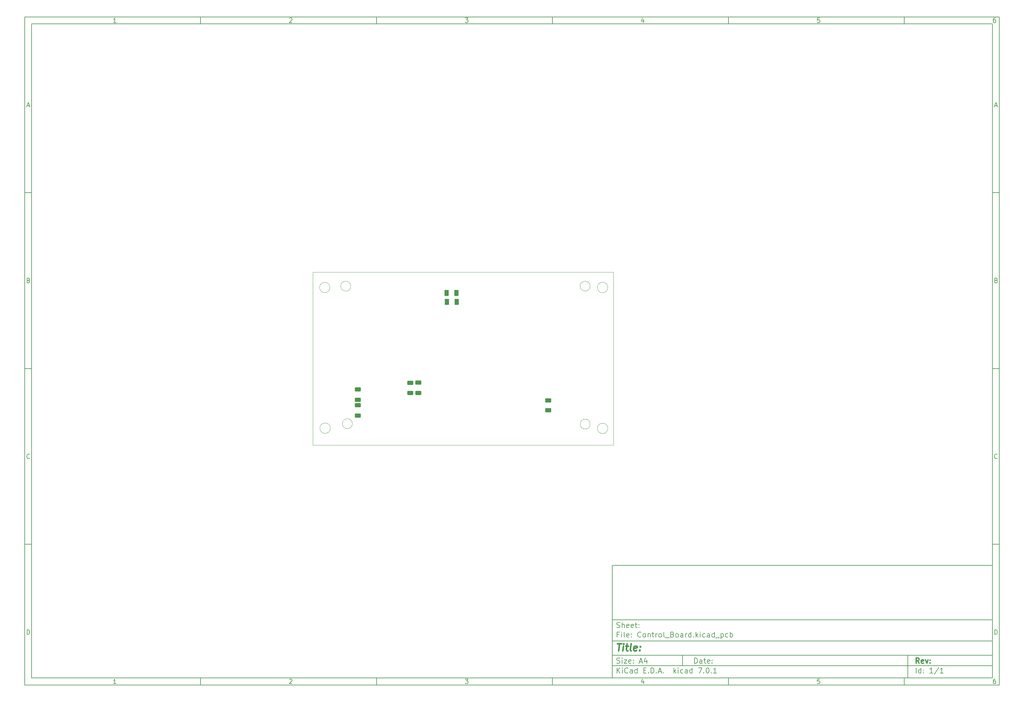
<source format=gbr>
%TF.GenerationSoftware,KiCad,Pcbnew,7.0.1*%
%TF.CreationDate,2023-10-26T15:35:36+00:00*%
%TF.ProjectId,Control_Board,436f6e74-726f-46c5-9f42-6f6172642e6b,rev?*%
%TF.SameCoordinates,Original*%
%TF.FileFunction,Paste,Top*%
%TF.FilePolarity,Positive*%
%FSLAX45Y45*%
G04 Gerber Fmt 4.5, Leading zero omitted, Abs format (unit mm)*
G04 Created by KiCad (PCBNEW 7.0.1) date 2023-10-26 15:35:36*
%MOMM*%
%LPD*%
G01*
G04 APERTURE LIST*
G04 Aperture macros list*
%AMRoundRect*
0 Rectangle with rounded corners*
0 $1 Rounding radius*
0 $2 $3 $4 $5 $6 $7 $8 $9 X,Y pos of 4 corners*
0 Add a 4 corners polygon primitive as box body*
4,1,4,$2,$3,$4,$5,$6,$7,$8,$9,$2,$3,0*
0 Add four circle primitives for the rounded corners*
1,1,$1+$1,$2,$3*
1,1,$1+$1,$4,$5*
1,1,$1+$1,$6,$7*
1,1,$1+$1,$8,$9*
0 Add four rect primitives between the rounded corners*
20,1,$1+$1,$2,$3,$4,$5,0*
20,1,$1+$1,$4,$5,$6,$7,0*
20,1,$1+$1,$6,$7,$8,$9,0*
20,1,$1+$1,$8,$9,$2,$3,0*%
G04 Aperture macros list end*
%ADD10C,0.100000*%
%ADD11C,0.150000*%
%ADD12C,0.300000*%
%ADD13C,0.400000*%
%ADD14RoundRect,0.250000X0.625000X-0.312500X0.625000X0.312500X-0.625000X0.312500X-0.625000X-0.312500X0*%
%ADD15RoundRect,0.250000X-0.625000X0.312500X-0.625000X-0.312500X0.625000X-0.312500X0.625000X0.312500X0*%
%ADD16RoundRect,0.250000X0.375000X0.625000X-0.375000X0.625000X-0.375000X-0.625000X0.375000X-0.625000X0*%
%ADD17RoundRect,0.250000X0.625000X-0.375000X0.625000X0.375000X-0.625000X0.375000X-0.625000X-0.375000X0*%
%TA.AperFunction,Profile*%
%ADD18C,0.100000*%
%TD*%
G04 APERTURE END LIST*
D10*
D11*
X17700220Y-16600720D02*
X28500220Y-16600720D01*
X28500220Y-19800720D01*
X17700220Y-19800720D01*
X17700220Y-16600720D01*
D10*
D11*
X1000000Y-1000000D02*
X28700220Y-1000000D01*
X28700220Y-20000720D01*
X1000000Y-20000720D01*
X1000000Y-1000000D01*
D10*
D11*
X1200000Y-1200000D02*
X28500220Y-1200000D01*
X28500220Y-19800720D01*
X1200000Y-19800720D01*
X1200000Y-1200000D01*
D10*
D11*
X6000000Y-1200000D02*
X6000000Y-1000000D01*
D10*
D11*
X11000000Y-1200000D02*
X11000000Y-1000000D01*
D10*
D11*
X16000000Y-1200000D02*
X16000000Y-1000000D01*
D10*
D11*
X21000000Y-1200000D02*
X21000000Y-1000000D01*
D10*
D11*
X26000000Y-1200000D02*
X26000000Y-1000000D01*
D10*
D11*
X3599048Y-1160140D02*
X3524762Y-1160140D01*
X3561905Y-1160140D02*
X3561905Y-1030140D01*
X3561905Y-1030140D02*
X3549524Y-1048712D01*
X3549524Y-1048712D02*
X3537143Y-1061093D01*
X3537143Y-1061093D02*
X3524762Y-1067283D01*
D10*
D11*
X8524762Y-1042521D02*
X8530952Y-1036331D01*
X8530952Y-1036331D02*
X8543333Y-1030140D01*
X8543333Y-1030140D02*
X8574286Y-1030140D01*
X8574286Y-1030140D02*
X8586667Y-1036331D01*
X8586667Y-1036331D02*
X8592857Y-1042521D01*
X8592857Y-1042521D02*
X8599048Y-1054902D01*
X8599048Y-1054902D02*
X8599048Y-1067283D01*
X8599048Y-1067283D02*
X8592857Y-1085855D01*
X8592857Y-1085855D02*
X8518571Y-1160140D01*
X8518571Y-1160140D02*
X8599048Y-1160140D01*
D10*
D11*
X13518571Y-1030140D02*
X13599048Y-1030140D01*
X13599048Y-1030140D02*
X13555714Y-1079664D01*
X13555714Y-1079664D02*
X13574286Y-1079664D01*
X13574286Y-1079664D02*
X13586667Y-1085855D01*
X13586667Y-1085855D02*
X13592857Y-1092045D01*
X13592857Y-1092045D02*
X13599048Y-1104426D01*
X13599048Y-1104426D02*
X13599048Y-1135379D01*
X13599048Y-1135379D02*
X13592857Y-1147760D01*
X13592857Y-1147760D02*
X13586667Y-1153950D01*
X13586667Y-1153950D02*
X13574286Y-1160140D01*
X13574286Y-1160140D02*
X13537143Y-1160140D01*
X13537143Y-1160140D02*
X13524762Y-1153950D01*
X13524762Y-1153950D02*
X13518571Y-1147760D01*
D10*
D11*
X18586667Y-1073474D02*
X18586667Y-1160140D01*
X18555714Y-1023950D02*
X18524762Y-1116807D01*
X18524762Y-1116807D02*
X18605238Y-1116807D01*
D10*
D11*
X23592857Y-1030140D02*
X23530952Y-1030140D01*
X23530952Y-1030140D02*
X23524762Y-1092045D01*
X23524762Y-1092045D02*
X23530952Y-1085855D01*
X23530952Y-1085855D02*
X23543333Y-1079664D01*
X23543333Y-1079664D02*
X23574286Y-1079664D01*
X23574286Y-1079664D02*
X23586667Y-1085855D01*
X23586667Y-1085855D02*
X23592857Y-1092045D01*
X23592857Y-1092045D02*
X23599048Y-1104426D01*
X23599048Y-1104426D02*
X23599048Y-1135379D01*
X23599048Y-1135379D02*
X23592857Y-1147760D01*
X23592857Y-1147760D02*
X23586667Y-1153950D01*
X23586667Y-1153950D02*
X23574286Y-1160140D01*
X23574286Y-1160140D02*
X23543333Y-1160140D01*
X23543333Y-1160140D02*
X23530952Y-1153950D01*
X23530952Y-1153950D02*
X23524762Y-1147760D01*
D10*
D11*
X28586667Y-1030140D02*
X28561905Y-1030140D01*
X28561905Y-1030140D02*
X28549524Y-1036331D01*
X28549524Y-1036331D02*
X28543333Y-1042521D01*
X28543333Y-1042521D02*
X28530952Y-1061093D01*
X28530952Y-1061093D02*
X28524762Y-1085855D01*
X28524762Y-1085855D02*
X28524762Y-1135379D01*
X28524762Y-1135379D02*
X28530952Y-1147760D01*
X28530952Y-1147760D02*
X28537143Y-1153950D01*
X28537143Y-1153950D02*
X28549524Y-1160140D01*
X28549524Y-1160140D02*
X28574286Y-1160140D01*
X28574286Y-1160140D02*
X28586667Y-1153950D01*
X28586667Y-1153950D02*
X28592857Y-1147760D01*
X28592857Y-1147760D02*
X28599048Y-1135379D01*
X28599048Y-1135379D02*
X28599048Y-1104426D01*
X28599048Y-1104426D02*
X28592857Y-1092045D01*
X28592857Y-1092045D02*
X28586667Y-1085855D01*
X28586667Y-1085855D02*
X28574286Y-1079664D01*
X28574286Y-1079664D02*
X28549524Y-1079664D01*
X28549524Y-1079664D02*
X28537143Y-1085855D01*
X28537143Y-1085855D02*
X28530952Y-1092045D01*
X28530952Y-1092045D02*
X28524762Y-1104426D01*
D10*
D11*
X6000000Y-19800720D02*
X6000000Y-20000720D01*
D10*
D11*
X11000000Y-19800720D02*
X11000000Y-20000720D01*
D10*
D11*
X16000000Y-19800720D02*
X16000000Y-20000720D01*
D10*
D11*
X21000000Y-19800720D02*
X21000000Y-20000720D01*
D10*
D11*
X26000000Y-19800720D02*
X26000000Y-20000720D01*
D10*
D11*
X3599048Y-19960860D02*
X3524762Y-19960860D01*
X3561905Y-19960860D02*
X3561905Y-19830860D01*
X3561905Y-19830860D02*
X3549524Y-19849432D01*
X3549524Y-19849432D02*
X3537143Y-19861813D01*
X3537143Y-19861813D02*
X3524762Y-19868003D01*
D10*
D11*
X8524762Y-19843241D02*
X8530952Y-19837051D01*
X8530952Y-19837051D02*
X8543333Y-19830860D01*
X8543333Y-19830860D02*
X8574286Y-19830860D01*
X8574286Y-19830860D02*
X8586667Y-19837051D01*
X8586667Y-19837051D02*
X8592857Y-19843241D01*
X8592857Y-19843241D02*
X8599048Y-19855622D01*
X8599048Y-19855622D02*
X8599048Y-19868003D01*
X8599048Y-19868003D02*
X8592857Y-19886575D01*
X8592857Y-19886575D02*
X8518571Y-19960860D01*
X8518571Y-19960860D02*
X8599048Y-19960860D01*
D10*
D11*
X13518571Y-19830860D02*
X13599048Y-19830860D01*
X13599048Y-19830860D02*
X13555714Y-19880384D01*
X13555714Y-19880384D02*
X13574286Y-19880384D01*
X13574286Y-19880384D02*
X13586667Y-19886575D01*
X13586667Y-19886575D02*
X13592857Y-19892765D01*
X13592857Y-19892765D02*
X13599048Y-19905146D01*
X13599048Y-19905146D02*
X13599048Y-19936099D01*
X13599048Y-19936099D02*
X13592857Y-19948480D01*
X13592857Y-19948480D02*
X13586667Y-19954670D01*
X13586667Y-19954670D02*
X13574286Y-19960860D01*
X13574286Y-19960860D02*
X13537143Y-19960860D01*
X13537143Y-19960860D02*
X13524762Y-19954670D01*
X13524762Y-19954670D02*
X13518571Y-19948480D01*
D10*
D11*
X18586667Y-19874194D02*
X18586667Y-19960860D01*
X18555714Y-19824670D02*
X18524762Y-19917527D01*
X18524762Y-19917527D02*
X18605238Y-19917527D01*
D10*
D11*
X23592857Y-19830860D02*
X23530952Y-19830860D01*
X23530952Y-19830860D02*
X23524762Y-19892765D01*
X23524762Y-19892765D02*
X23530952Y-19886575D01*
X23530952Y-19886575D02*
X23543333Y-19880384D01*
X23543333Y-19880384D02*
X23574286Y-19880384D01*
X23574286Y-19880384D02*
X23586667Y-19886575D01*
X23586667Y-19886575D02*
X23592857Y-19892765D01*
X23592857Y-19892765D02*
X23599048Y-19905146D01*
X23599048Y-19905146D02*
X23599048Y-19936099D01*
X23599048Y-19936099D02*
X23592857Y-19948480D01*
X23592857Y-19948480D02*
X23586667Y-19954670D01*
X23586667Y-19954670D02*
X23574286Y-19960860D01*
X23574286Y-19960860D02*
X23543333Y-19960860D01*
X23543333Y-19960860D02*
X23530952Y-19954670D01*
X23530952Y-19954670D02*
X23524762Y-19948480D01*
D10*
D11*
X28586667Y-19830860D02*
X28561905Y-19830860D01*
X28561905Y-19830860D02*
X28549524Y-19837051D01*
X28549524Y-19837051D02*
X28543333Y-19843241D01*
X28543333Y-19843241D02*
X28530952Y-19861813D01*
X28530952Y-19861813D02*
X28524762Y-19886575D01*
X28524762Y-19886575D02*
X28524762Y-19936099D01*
X28524762Y-19936099D02*
X28530952Y-19948480D01*
X28530952Y-19948480D02*
X28537143Y-19954670D01*
X28537143Y-19954670D02*
X28549524Y-19960860D01*
X28549524Y-19960860D02*
X28574286Y-19960860D01*
X28574286Y-19960860D02*
X28586667Y-19954670D01*
X28586667Y-19954670D02*
X28592857Y-19948480D01*
X28592857Y-19948480D02*
X28599048Y-19936099D01*
X28599048Y-19936099D02*
X28599048Y-19905146D01*
X28599048Y-19905146D02*
X28592857Y-19892765D01*
X28592857Y-19892765D02*
X28586667Y-19886575D01*
X28586667Y-19886575D02*
X28574286Y-19880384D01*
X28574286Y-19880384D02*
X28549524Y-19880384D01*
X28549524Y-19880384D02*
X28537143Y-19886575D01*
X28537143Y-19886575D02*
X28530952Y-19892765D01*
X28530952Y-19892765D02*
X28524762Y-19905146D01*
D10*
D11*
X1000000Y-6000000D02*
X1200000Y-6000000D01*
D10*
D11*
X1000000Y-11000000D02*
X1200000Y-11000000D01*
D10*
D11*
X1000000Y-16000000D02*
X1200000Y-16000000D01*
D10*
D11*
X1069048Y-3522998D02*
X1130952Y-3522998D01*
X1056667Y-3560140D02*
X1100000Y-3430140D01*
X1100000Y-3430140D02*
X1143333Y-3560140D01*
D10*
D11*
X1109286Y-8492045D02*
X1127857Y-8498236D01*
X1127857Y-8498236D02*
X1134048Y-8504426D01*
X1134048Y-8504426D02*
X1140238Y-8516807D01*
X1140238Y-8516807D02*
X1140238Y-8535379D01*
X1140238Y-8535379D02*
X1134048Y-8547760D01*
X1134048Y-8547760D02*
X1127857Y-8553950D01*
X1127857Y-8553950D02*
X1115476Y-8560140D01*
X1115476Y-8560140D02*
X1065952Y-8560140D01*
X1065952Y-8560140D02*
X1065952Y-8430140D01*
X1065952Y-8430140D02*
X1109286Y-8430140D01*
X1109286Y-8430140D02*
X1121667Y-8436331D01*
X1121667Y-8436331D02*
X1127857Y-8442521D01*
X1127857Y-8442521D02*
X1134048Y-8454902D01*
X1134048Y-8454902D02*
X1134048Y-8467283D01*
X1134048Y-8467283D02*
X1127857Y-8479664D01*
X1127857Y-8479664D02*
X1121667Y-8485855D01*
X1121667Y-8485855D02*
X1109286Y-8492045D01*
X1109286Y-8492045D02*
X1065952Y-8492045D01*
D10*
D11*
X1140238Y-13547759D02*
X1134048Y-13553950D01*
X1134048Y-13553950D02*
X1115476Y-13560140D01*
X1115476Y-13560140D02*
X1103095Y-13560140D01*
X1103095Y-13560140D02*
X1084524Y-13553950D01*
X1084524Y-13553950D02*
X1072143Y-13541569D01*
X1072143Y-13541569D02*
X1065952Y-13529188D01*
X1065952Y-13529188D02*
X1059762Y-13504426D01*
X1059762Y-13504426D02*
X1059762Y-13485855D01*
X1059762Y-13485855D02*
X1065952Y-13461093D01*
X1065952Y-13461093D02*
X1072143Y-13448712D01*
X1072143Y-13448712D02*
X1084524Y-13436331D01*
X1084524Y-13436331D02*
X1103095Y-13430140D01*
X1103095Y-13430140D02*
X1115476Y-13430140D01*
X1115476Y-13430140D02*
X1134048Y-13436331D01*
X1134048Y-13436331D02*
X1140238Y-13442521D01*
D10*
D11*
X1065952Y-18560140D02*
X1065952Y-18430140D01*
X1065952Y-18430140D02*
X1096905Y-18430140D01*
X1096905Y-18430140D02*
X1115476Y-18436331D01*
X1115476Y-18436331D02*
X1127857Y-18448712D01*
X1127857Y-18448712D02*
X1134048Y-18461093D01*
X1134048Y-18461093D02*
X1140238Y-18485855D01*
X1140238Y-18485855D02*
X1140238Y-18504426D01*
X1140238Y-18504426D02*
X1134048Y-18529188D01*
X1134048Y-18529188D02*
X1127857Y-18541569D01*
X1127857Y-18541569D02*
X1115476Y-18553950D01*
X1115476Y-18553950D02*
X1096905Y-18560140D01*
X1096905Y-18560140D02*
X1065952Y-18560140D01*
D10*
D11*
X28700220Y-6000000D02*
X28500220Y-6000000D01*
D10*
D11*
X28700220Y-11000000D02*
X28500220Y-11000000D01*
D10*
D11*
X28700220Y-16000000D02*
X28500220Y-16000000D01*
D10*
D11*
X28569268Y-3522998D02*
X28631172Y-3522998D01*
X28556887Y-3560140D02*
X28600220Y-3430140D01*
X28600220Y-3430140D02*
X28643553Y-3560140D01*
D10*
D11*
X28609506Y-8492045D02*
X28628077Y-8498236D01*
X28628077Y-8498236D02*
X28634268Y-8504426D01*
X28634268Y-8504426D02*
X28640458Y-8516807D01*
X28640458Y-8516807D02*
X28640458Y-8535379D01*
X28640458Y-8535379D02*
X28634268Y-8547760D01*
X28634268Y-8547760D02*
X28628077Y-8553950D01*
X28628077Y-8553950D02*
X28615696Y-8560140D01*
X28615696Y-8560140D02*
X28566172Y-8560140D01*
X28566172Y-8560140D02*
X28566172Y-8430140D01*
X28566172Y-8430140D02*
X28609506Y-8430140D01*
X28609506Y-8430140D02*
X28621887Y-8436331D01*
X28621887Y-8436331D02*
X28628077Y-8442521D01*
X28628077Y-8442521D02*
X28634268Y-8454902D01*
X28634268Y-8454902D02*
X28634268Y-8467283D01*
X28634268Y-8467283D02*
X28628077Y-8479664D01*
X28628077Y-8479664D02*
X28621887Y-8485855D01*
X28621887Y-8485855D02*
X28609506Y-8492045D01*
X28609506Y-8492045D02*
X28566172Y-8492045D01*
D10*
D11*
X28640458Y-13547759D02*
X28634268Y-13553950D01*
X28634268Y-13553950D02*
X28615696Y-13560140D01*
X28615696Y-13560140D02*
X28603315Y-13560140D01*
X28603315Y-13560140D02*
X28584744Y-13553950D01*
X28584744Y-13553950D02*
X28572363Y-13541569D01*
X28572363Y-13541569D02*
X28566172Y-13529188D01*
X28566172Y-13529188D02*
X28559982Y-13504426D01*
X28559982Y-13504426D02*
X28559982Y-13485855D01*
X28559982Y-13485855D02*
X28566172Y-13461093D01*
X28566172Y-13461093D02*
X28572363Y-13448712D01*
X28572363Y-13448712D02*
X28584744Y-13436331D01*
X28584744Y-13436331D02*
X28603315Y-13430140D01*
X28603315Y-13430140D02*
X28615696Y-13430140D01*
X28615696Y-13430140D02*
X28634268Y-13436331D01*
X28634268Y-13436331D02*
X28640458Y-13442521D01*
D10*
D11*
X28566172Y-18560140D02*
X28566172Y-18430140D01*
X28566172Y-18430140D02*
X28597125Y-18430140D01*
X28597125Y-18430140D02*
X28615696Y-18436331D01*
X28615696Y-18436331D02*
X28628077Y-18448712D01*
X28628077Y-18448712D02*
X28634268Y-18461093D01*
X28634268Y-18461093D02*
X28640458Y-18485855D01*
X28640458Y-18485855D02*
X28640458Y-18504426D01*
X28640458Y-18504426D02*
X28634268Y-18529188D01*
X28634268Y-18529188D02*
X28628077Y-18541569D01*
X28628077Y-18541569D02*
X28615696Y-18553950D01*
X28615696Y-18553950D02*
X28597125Y-18560140D01*
X28597125Y-18560140D02*
X28566172Y-18560140D01*
D10*
D11*
X20035934Y-19380113D02*
X20035934Y-19230113D01*
X20035934Y-19230113D02*
X20071649Y-19230113D01*
X20071649Y-19230113D02*
X20093077Y-19237256D01*
X20093077Y-19237256D02*
X20107363Y-19251541D01*
X20107363Y-19251541D02*
X20114506Y-19265827D01*
X20114506Y-19265827D02*
X20121649Y-19294399D01*
X20121649Y-19294399D02*
X20121649Y-19315827D01*
X20121649Y-19315827D02*
X20114506Y-19344399D01*
X20114506Y-19344399D02*
X20107363Y-19358684D01*
X20107363Y-19358684D02*
X20093077Y-19372970D01*
X20093077Y-19372970D02*
X20071649Y-19380113D01*
X20071649Y-19380113D02*
X20035934Y-19380113D01*
X20250220Y-19380113D02*
X20250220Y-19301541D01*
X20250220Y-19301541D02*
X20243077Y-19287256D01*
X20243077Y-19287256D02*
X20228791Y-19280113D01*
X20228791Y-19280113D02*
X20200220Y-19280113D01*
X20200220Y-19280113D02*
X20185934Y-19287256D01*
X20250220Y-19372970D02*
X20235934Y-19380113D01*
X20235934Y-19380113D02*
X20200220Y-19380113D01*
X20200220Y-19380113D02*
X20185934Y-19372970D01*
X20185934Y-19372970D02*
X20178791Y-19358684D01*
X20178791Y-19358684D02*
X20178791Y-19344399D01*
X20178791Y-19344399D02*
X20185934Y-19330113D01*
X20185934Y-19330113D02*
X20200220Y-19322970D01*
X20200220Y-19322970D02*
X20235934Y-19322970D01*
X20235934Y-19322970D02*
X20250220Y-19315827D01*
X20300220Y-19280113D02*
X20357363Y-19280113D01*
X20321649Y-19230113D02*
X20321649Y-19358684D01*
X20321649Y-19358684D02*
X20328791Y-19372970D01*
X20328791Y-19372970D02*
X20343077Y-19380113D01*
X20343077Y-19380113D02*
X20357363Y-19380113D01*
X20464506Y-19372970D02*
X20450220Y-19380113D01*
X20450220Y-19380113D02*
X20421649Y-19380113D01*
X20421649Y-19380113D02*
X20407363Y-19372970D01*
X20407363Y-19372970D02*
X20400220Y-19358684D01*
X20400220Y-19358684D02*
X20400220Y-19301541D01*
X20400220Y-19301541D02*
X20407363Y-19287256D01*
X20407363Y-19287256D02*
X20421649Y-19280113D01*
X20421649Y-19280113D02*
X20450220Y-19280113D01*
X20450220Y-19280113D02*
X20464506Y-19287256D01*
X20464506Y-19287256D02*
X20471649Y-19301541D01*
X20471649Y-19301541D02*
X20471649Y-19315827D01*
X20471649Y-19315827D02*
X20400220Y-19330113D01*
X20535934Y-19365827D02*
X20543077Y-19372970D01*
X20543077Y-19372970D02*
X20535934Y-19380113D01*
X20535934Y-19380113D02*
X20528791Y-19372970D01*
X20528791Y-19372970D02*
X20535934Y-19365827D01*
X20535934Y-19365827D02*
X20535934Y-19380113D01*
X20535934Y-19287256D02*
X20543077Y-19294399D01*
X20543077Y-19294399D02*
X20535934Y-19301541D01*
X20535934Y-19301541D02*
X20528791Y-19294399D01*
X20528791Y-19294399D02*
X20535934Y-19287256D01*
X20535934Y-19287256D02*
X20535934Y-19301541D01*
D10*
D11*
X17700220Y-19450720D02*
X28500220Y-19450720D01*
D10*
D11*
X17835934Y-19660113D02*
X17835934Y-19510113D01*
X17921649Y-19660113D02*
X17857363Y-19574399D01*
X17921649Y-19510113D02*
X17835934Y-19595827D01*
X17985934Y-19660113D02*
X17985934Y-19560113D01*
X17985934Y-19510113D02*
X17978791Y-19517256D01*
X17978791Y-19517256D02*
X17985934Y-19524399D01*
X17985934Y-19524399D02*
X17993077Y-19517256D01*
X17993077Y-19517256D02*
X17985934Y-19510113D01*
X17985934Y-19510113D02*
X17985934Y-19524399D01*
X18143077Y-19645827D02*
X18135934Y-19652970D01*
X18135934Y-19652970D02*
X18114506Y-19660113D01*
X18114506Y-19660113D02*
X18100220Y-19660113D01*
X18100220Y-19660113D02*
X18078791Y-19652970D01*
X18078791Y-19652970D02*
X18064506Y-19638684D01*
X18064506Y-19638684D02*
X18057363Y-19624399D01*
X18057363Y-19624399D02*
X18050220Y-19595827D01*
X18050220Y-19595827D02*
X18050220Y-19574399D01*
X18050220Y-19574399D02*
X18057363Y-19545827D01*
X18057363Y-19545827D02*
X18064506Y-19531541D01*
X18064506Y-19531541D02*
X18078791Y-19517256D01*
X18078791Y-19517256D02*
X18100220Y-19510113D01*
X18100220Y-19510113D02*
X18114506Y-19510113D01*
X18114506Y-19510113D02*
X18135934Y-19517256D01*
X18135934Y-19517256D02*
X18143077Y-19524399D01*
X18271649Y-19660113D02*
X18271649Y-19581541D01*
X18271649Y-19581541D02*
X18264506Y-19567256D01*
X18264506Y-19567256D02*
X18250220Y-19560113D01*
X18250220Y-19560113D02*
X18221649Y-19560113D01*
X18221649Y-19560113D02*
X18207363Y-19567256D01*
X18271649Y-19652970D02*
X18257363Y-19660113D01*
X18257363Y-19660113D02*
X18221649Y-19660113D01*
X18221649Y-19660113D02*
X18207363Y-19652970D01*
X18207363Y-19652970D02*
X18200220Y-19638684D01*
X18200220Y-19638684D02*
X18200220Y-19624399D01*
X18200220Y-19624399D02*
X18207363Y-19610113D01*
X18207363Y-19610113D02*
X18221649Y-19602970D01*
X18221649Y-19602970D02*
X18257363Y-19602970D01*
X18257363Y-19602970D02*
X18271649Y-19595827D01*
X18407363Y-19660113D02*
X18407363Y-19510113D01*
X18407363Y-19652970D02*
X18393077Y-19660113D01*
X18393077Y-19660113D02*
X18364506Y-19660113D01*
X18364506Y-19660113D02*
X18350220Y-19652970D01*
X18350220Y-19652970D02*
X18343077Y-19645827D01*
X18343077Y-19645827D02*
X18335934Y-19631541D01*
X18335934Y-19631541D02*
X18335934Y-19588684D01*
X18335934Y-19588684D02*
X18343077Y-19574399D01*
X18343077Y-19574399D02*
X18350220Y-19567256D01*
X18350220Y-19567256D02*
X18364506Y-19560113D01*
X18364506Y-19560113D02*
X18393077Y-19560113D01*
X18393077Y-19560113D02*
X18407363Y-19567256D01*
X18593077Y-19581541D02*
X18643077Y-19581541D01*
X18664506Y-19660113D02*
X18593077Y-19660113D01*
X18593077Y-19660113D02*
X18593077Y-19510113D01*
X18593077Y-19510113D02*
X18664506Y-19510113D01*
X18728791Y-19645827D02*
X18735934Y-19652970D01*
X18735934Y-19652970D02*
X18728791Y-19660113D01*
X18728791Y-19660113D02*
X18721649Y-19652970D01*
X18721649Y-19652970D02*
X18728791Y-19645827D01*
X18728791Y-19645827D02*
X18728791Y-19660113D01*
X18800220Y-19660113D02*
X18800220Y-19510113D01*
X18800220Y-19510113D02*
X18835934Y-19510113D01*
X18835934Y-19510113D02*
X18857363Y-19517256D01*
X18857363Y-19517256D02*
X18871649Y-19531541D01*
X18871649Y-19531541D02*
X18878792Y-19545827D01*
X18878792Y-19545827D02*
X18885934Y-19574399D01*
X18885934Y-19574399D02*
X18885934Y-19595827D01*
X18885934Y-19595827D02*
X18878792Y-19624399D01*
X18878792Y-19624399D02*
X18871649Y-19638684D01*
X18871649Y-19638684D02*
X18857363Y-19652970D01*
X18857363Y-19652970D02*
X18835934Y-19660113D01*
X18835934Y-19660113D02*
X18800220Y-19660113D01*
X18950220Y-19645827D02*
X18957363Y-19652970D01*
X18957363Y-19652970D02*
X18950220Y-19660113D01*
X18950220Y-19660113D02*
X18943077Y-19652970D01*
X18943077Y-19652970D02*
X18950220Y-19645827D01*
X18950220Y-19645827D02*
X18950220Y-19660113D01*
X19014506Y-19617256D02*
X19085934Y-19617256D01*
X19000220Y-19660113D02*
X19050220Y-19510113D01*
X19050220Y-19510113D02*
X19100220Y-19660113D01*
X19150220Y-19645827D02*
X19157363Y-19652970D01*
X19157363Y-19652970D02*
X19150220Y-19660113D01*
X19150220Y-19660113D02*
X19143077Y-19652970D01*
X19143077Y-19652970D02*
X19150220Y-19645827D01*
X19150220Y-19645827D02*
X19150220Y-19660113D01*
X19450220Y-19660113D02*
X19450220Y-19510113D01*
X19464506Y-19602970D02*
X19507363Y-19660113D01*
X19507363Y-19560113D02*
X19450220Y-19617256D01*
X19571649Y-19660113D02*
X19571649Y-19560113D01*
X19571649Y-19510113D02*
X19564506Y-19517256D01*
X19564506Y-19517256D02*
X19571649Y-19524399D01*
X19571649Y-19524399D02*
X19578792Y-19517256D01*
X19578792Y-19517256D02*
X19571649Y-19510113D01*
X19571649Y-19510113D02*
X19571649Y-19524399D01*
X19707363Y-19652970D02*
X19693077Y-19660113D01*
X19693077Y-19660113D02*
X19664506Y-19660113D01*
X19664506Y-19660113D02*
X19650220Y-19652970D01*
X19650220Y-19652970D02*
X19643077Y-19645827D01*
X19643077Y-19645827D02*
X19635934Y-19631541D01*
X19635934Y-19631541D02*
X19635934Y-19588684D01*
X19635934Y-19588684D02*
X19643077Y-19574399D01*
X19643077Y-19574399D02*
X19650220Y-19567256D01*
X19650220Y-19567256D02*
X19664506Y-19560113D01*
X19664506Y-19560113D02*
X19693077Y-19560113D01*
X19693077Y-19560113D02*
X19707363Y-19567256D01*
X19835934Y-19660113D02*
X19835934Y-19581541D01*
X19835934Y-19581541D02*
X19828792Y-19567256D01*
X19828792Y-19567256D02*
X19814506Y-19560113D01*
X19814506Y-19560113D02*
X19785934Y-19560113D01*
X19785934Y-19560113D02*
X19771649Y-19567256D01*
X19835934Y-19652970D02*
X19821649Y-19660113D01*
X19821649Y-19660113D02*
X19785934Y-19660113D01*
X19785934Y-19660113D02*
X19771649Y-19652970D01*
X19771649Y-19652970D02*
X19764506Y-19638684D01*
X19764506Y-19638684D02*
X19764506Y-19624399D01*
X19764506Y-19624399D02*
X19771649Y-19610113D01*
X19771649Y-19610113D02*
X19785934Y-19602970D01*
X19785934Y-19602970D02*
X19821649Y-19602970D01*
X19821649Y-19602970D02*
X19835934Y-19595827D01*
X19971649Y-19660113D02*
X19971649Y-19510113D01*
X19971649Y-19652970D02*
X19957363Y-19660113D01*
X19957363Y-19660113D02*
X19928792Y-19660113D01*
X19928792Y-19660113D02*
X19914506Y-19652970D01*
X19914506Y-19652970D02*
X19907363Y-19645827D01*
X19907363Y-19645827D02*
X19900220Y-19631541D01*
X19900220Y-19631541D02*
X19900220Y-19588684D01*
X19900220Y-19588684D02*
X19907363Y-19574399D01*
X19907363Y-19574399D02*
X19914506Y-19567256D01*
X19914506Y-19567256D02*
X19928792Y-19560113D01*
X19928792Y-19560113D02*
X19957363Y-19560113D01*
X19957363Y-19560113D02*
X19971649Y-19567256D01*
X20143077Y-19510113D02*
X20243077Y-19510113D01*
X20243077Y-19510113D02*
X20178792Y-19660113D01*
X20300220Y-19645827D02*
X20307363Y-19652970D01*
X20307363Y-19652970D02*
X20300220Y-19660113D01*
X20300220Y-19660113D02*
X20293077Y-19652970D01*
X20293077Y-19652970D02*
X20300220Y-19645827D01*
X20300220Y-19645827D02*
X20300220Y-19660113D01*
X20400220Y-19510113D02*
X20414506Y-19510113D01*
X20414506Y-19510113D02*
X20428792Y-19517256D01*
X20428792Y-19517256D02*
X20435934Y-19524399D01*
X20435934Y-19524399D02*
X20443077Y-19538684D01*
X20443077Y-19538684D02*
X20450220Y-19567256D01*
X20450220Y-19567256D02*
X20450220Y-19602970D01*
X20450220Y-19602970D02*
X20443077Y-19631541D01*
X20443077Y-19631541D02*
X20435934Y-19645827D01*
X20435934Y-19645827D02*
X20428792Y-19652970D01*
X20428792Y-19652970D02*
X20414506Y-19660113D01*
X20414506Y-19660113D02*
X20400220Y-19660113D01*
X20400220Y-19660113D02*
X20385934Y-19652970D01*
X20385934Y-19652970D02*
X20378792Y-19645827D01*
X20378792Y-19645827D02*
X20371649Y-19631541D01*
X20371649Y-19631541D02*
X20364506Y-19602970D01*
X20364506Y-19602970D02*
X20364506Y-19567256D01*
X20364506Y-19567256D02*
X20371649Y-19538684D01*
X20371649Y-19538684D02*
X20378792Y-19524399D01*
X20378792Y-19524399D02*
X20385934Y-19517256D01*
X20385934Y-19517256D02*
X20400220Y-19510113D01*
X20514506Y-19645827D02*
X20521649Y-19652970D01*
X20521649Y-19652970D02*
X20514506Y-19660113D01*
X20514506Y-19660113D02*
X20507363Y-19652970D01*
X20507363Y-19652970D02*
X20514506Y-19645827D01*
X20514506Y-19645827D02*
X20514506Y-19660113D01*
X20664506Y-19660113D02*
X20578792Y-19660113D01*
X20621649Y-19660113D02*
X20621649Y-19510113D01*
X20621649Y-19510113D02*
X20607363Y-19531541D01*
X20607363Y-19531541D02*
X20593077Y-19545827D01*
X20593077Y-19545827D02*
X20578792Y-19552970D01*
D10*
D11*
X17700220Y-19150720D02*
X28500220Y-19150720D01*
D10*
D12*
X26421648Y-19380113D02*
X26371648Y-19308684D01*
X26335934Y-19380113D02*
X26335934Y-19230113D01*
X26335934Y-19230113D02*
X26393077Y-19230113D01*
X26393077Y-19230113D02*
X26407363Y-19237256D01*
X26407363Y-19237256D02*
X26414506Y-19244399D01*
X26414506Y-19244399D02*
X26421648Y-19258684D01*
X26421648Y-19258684D02*
X26421648Y-19280113D01*
X26421648Y-19280113D02*
X26414506Y-19294399D01*
X26414506Y-19294399D02*
X26407363Y-19301541D01*
X26407363Y-19301541D02*
X26393077Y-19308684D01*
X26393077Y-19308684D02*
X26335934Y-19308684D01*
X26543077Y-19372970D02*
X26528791Y-19380113D01*
X26528791Y-19380113D02*
X26500220Y-19380113D01*
X26500220Y-19380113D02*
X26485934Y-19372970D01*
X26485934Y-19372970D02*
X26478791Y-19358684D01*
X26478791Y-19358684D02*
X26478791Y-19301541D01*
X26478791Y-19301541D02*
X26485934Y-19287256D01*
X26485934Y-19287256D02*
X26500220Y-19280113D01*
X26500220Y-19280113D02*
X26528791Y-19280113D01*
X26528791Y-19280113D02*
X26543077Y-19287256D01*
X26543077Y-19287256D02*
X26550220Y-19301541D01*
X26550220Y-19301541D02*
X26550220Y-19315827D01*
X26550220Y-19315827D02*
X26478791Y-19330113D01*
X26600220Y-19280113D02*
X26635934Y-19380113D01*
X26635934Y-19380113D02*
X26671648Y-19280113D01*
X26728791Y-19365827D02*
X26735934Y-19372970D01*
X26735934Y-19372970D02*
X26728791Y-19380113D01*
X26728791Y-19380113D02*
X26721648Y-19372970D01*
X26721648Y-19372970D02*
X26728791Y-19365827D01*
X26728791Y-19365827D02*
X26728791Y-19380113D01*
X26728791Y-19287256D02*
X26735934Y-19294399D01*
X26735934Y-19294399D02*
X26728791Y-19301541D01*
X26728791Y-19301541D02*
X26721648Y-19294399D01*
X26721648Y-19294399D02*
X26728791Y-19287256D01*
X26728791Y-19287256D02*
X26728791Y-19301541D01*
D10*
D11*
X17828791Y-19372970D02*
X17850220Y-19380113D01*
X17850220Y-19380113D02*
X17885934Y-19380113D01*
X17885934Y-19380113D02*
X17900220Y-19372970D01*
X17900220Y-19372970D02*
X17907363Y-19365827D01*
X17907363Y-19365827D02*
X17914506Y-19351541D01*
X17914506Y-19351541D02*
X17914506Y-19337256D01*
X17914506Y-19337256D02*
X17907363Y-19322970D01*
X17907363Y-19322970D02*
X17900220Y-19315827D01*
X17900220Y-19315827D02*
X17885934Y-19308684D01*
X17885934Y-19308684D02*
X17857363Y-19301541D01*
X17857363Y-19301541D02*
X17843077Y-19294399D01*
X17843077Y-19294399D02*
X17835934Y-19287256D01*
X17835934Y-19287256D02*
X17828791Y-19272970D01*
X17828791Y-19272970D02*
X17828791Y-19258684D01*
X17828791Y-19258684D02*
X17835934Y-19244399D01*
X17835934Y-19244399D02*
X17843077Y-19237256D01*
X17843077Y-19237256D02*
X17857363Y-19230113D01*
X17857363Y-19230113D02*
X17893077Y-19230113D01*
X17893077Y-19230113D02*
X17914506Y-19237256D01*
X17978791Y-19380113D02*
X17978791Y-19280113D01*
X17978791Y-19230113D02*
X17971649Y-19237256D01*
X17971649Y-19237256D02*
X17978791Y-19244399D01*
X17978791Y-19244399D02*
X17985934Y-19237256D01*
X17985934Y-19237256D02*
X17978791Y-19230113D01*
X17978791Y-19230113D02*
X17978791Y-19244399D01*
X18035934Y-19280113D02*
X18114506Y-19280113D01*
X18114506Y-19280113D02*
X18035934Y-19380113D01*
X18035934Y-19380113D02*
X18114506Y-19380113D01*
X18228791Y-19372970D02*
X18214506Y-19380113D01*
X18214506Y-19380113D02*
X18185934Y-19380113D01*
X18185934Y-19380113D02*
X18171649Y-19372970D01*
X18171649Y-19372970D02*
X18164506Y-19358684D01*
X18164506Y-19358684D02*
X18164506Y-19301541D01*
X18164506Y-19301541D02*
X18171649Y-19287256D01*
X18171649Y-19287256D02*
X18185934Y-19280113D01*
X18185934Y-19280113D02*
X18214506Y-19280113D01*
X18214506Y-19280113D02*
X18228791Y-19287256D01*
X18228791Y-19287256D02*
X18235934Y-19301541D01*
X18235934Y-19301541D02*
X18235934Y-19315827D01*
X18235934Y-19315827D02*
X18164506Y-19330113D01*
X18300220Y-19365827D02*
X18307363Y-19372970D01*
X18307363Y-19372970D02*
X18300220Y-19380113D01*
X18300220Y-19380113D02*
X18293077Y-19372970D01*
X18293077Y-19372970D02*
X18300220Y-19365827D01*
X18300220Y-19365827D02*
X18300220Y-19380113D01*
X18300220Y-19287256D02*
X18307363Y-19294399D01*
X18307363Y-19294399D02*
X18300220Y-19301541D01*
X18300220Y-19301541D02*
X18293077Y-19294399D01*
X18293077Y-19294399D02*
X18300220Y-19287256D01*
X18300220Y-19287256D02*
X18300220Y-19301541D01*
X18478791Y-19337256D02*
X18550220Y-19337256D01*
X18464506Y-19380113D02*
X18514506Y-19230113D01*
X18514506Y-19230113D02*
X18564506Y-19380113D01*
X18678791Y-19280113D02*
X18678791Y-19380113D01*
X18643077Y-19222970D02*
X18607363Y-19330113D01*
X18607363Y-19330113D02*
X18700220Y-19330113D01*
D10*
D11*
X26335934Y-19660113D02*
X26335934Y-19510113D01*
X26471649Y-19660113D02*
X26471649Y-19510113D01*
X26471649Y-19652970D02*
X26457363Y-19660113D01*
X26457363Y-19660113D02*
X26428791Y-19660113D01*
X26428791Y-19660113D02*
X26414506Y-19652970D01*
X26414506Y-19652970D02*
X26407363Y-19645827D01*
X26407363Y-19645827D02*
X26400220Y-19631541D01*
X26400220Y-19631541D02*
X26400220Y-19588684D01*
X26400220Y-19588684D02*
X26407363Y-19574399D01*
X26407363Y-19574399D02*
X26414506Y-19567256D01*
X26414506Y-19567256D02*
X26428791Y-19560113D01*
X26428791Y-19560113D02*
X26457363Y-19560113D01*
X26457363Y-19560113D02*
X26471649Y-19567256D01*
X26543077Y-19645827D02*
X26550220Y-19652970D01*
X26550220Y-19652970D02*
X26543077Y-19660113D01*
X26543077Y-19660113D02*
X26535934Y-19652970D01*
X26535934Y-19652970D02*
X26543077Y-19645827D01*
X26543077Y-19645827D02*
X26543077Y-19660113D01*
X26543077Y-19567256D02*
X26550220Y-19574399D01*
X26550220Y-19574399D02*
X26543077Y-19581541D01*
X26543077Y-19581541D02*
X26535934Y-19574399D01*
X26535934Y-19574399D02*
X26543077Y-19567256D01*
X26543077Y-19567256D02*
X26543077Y-19581541D01*
X26807363Y-19660113D02*
X26721649Y-19660113D01*
X26764506Y-19660113D02*
X26764506Y-19510113D01*
X26764506Y-19510113D02*
X26750220Y-19531541D01*
X26750220Y-19531541D02*
X26735934Y-19545827D01*
X26735934Y-19545827D02*
X26721649Y-19552970D01*
X26978791Y-19502970D02*
X26850220Y-19695827D01*
X27107363Y-19660113D02*
X27021649Y-19660113D01*
X27064506Y-19660113D02*
X27064506Y-19510113D01*
X27064506Y-19510113D02*
X27050220Y-19531541D01*
X27050220Y-19531541D02*
X27035934Y-19545827D01*
X27035934Y-19545827D02*
X27021649Y-19552970D01*
D10*
D11*
X17700220Y-18750720D02*
X28500220Y-18750720D01*
D10*
D13*
X17843077Y-18823244D02*
X17957363Y-18823244D01*
X17875220Y-19023244D02*
X17900220Y-18823244D01*
X17997839Y-19023244D02*
X18014506Y-18889910D01*
X18022839Y-18823244D02*
X18012125Y-18832768D01*
X18012125Y-18832768D02*
X18020458Y-18842291D01*
X18020458Y-18842291D02*
X18031172Y-18832768D01*
X18031172Y-18832768D02*
X18022839Y-18823244D01*
X18022839Y-18823244D02*
X18020458Y-18842291D01*
X18079982Y-18889910D02*
X18156172Y-18889910D01*
X18116887Y-18823244D02*
X18095458Y-18994672D01*
X18095458Y-18994672D02*
X18102601Y-19013720D01*
X18102601Y-19013720D02*
X18120458Y-19023244D01*
X18120458Y-19023244D02*
X18139506Y-19023244D01*
X18233553Y-19023244D02*
X18215696Y-19013720D01*
X18215696Y-19013720D02*
X18208553Y-18994672D01*
X18208553Y-18994672D02*
X18229982Y-18823244D01*
X18385934Y-19013720D02*
X18365696Y-19023244D01*
X18365696Y-19023244D02*
X18327601Y-19023244D01*
X18327601Y-19023244D02*
X18309744Y-19013720D01*
X18309744Y-19013720D02*
X18302601Y-18994672D01*
X18302601Y-18994672D02*
X18312125Y-18918482D01*
X18312125Y-18918482D02*
X18324029Y-18899434D01*
X18324029Y-18899434D02*
X18344268Y-18889910D01*
X18344268Y-18889910D02*
X18382363Y-18889910D01*
X18382363Y-18889910D02*
X18400220Y-18899434D01*
X18400220Y-18899434D02*
X18407363Y-18918482D01*
X18407363Y-18918482D02*
X18404982Y-18937530D01*
X18404982Y-18937530D02*
X18307363Y-18956577D01*
X18481172Y-19004196D02*
X18489506Y-19013720D01*
X18489506Y-19013720D02*
X18478791Y-19023244D01*
X18478791Y-19023244D02*
X18470458Y-19013720D01*
X18470458Y-19013720D02*
X18481172Y-19004196D01*
X18481172Y-19004196D02*
X18478791Y-19023244D01*
X18494268Y-18899434D02*
X18502601Y-18908958D01*
X18502601Y-18908958D02*
X18491887Y-18918482D01*
X18491887Y-18918482D02*
X18483553Y-18908958D01*
X18483553Y-18908958D02*
X18494268Y-18899434D01*
X18494268Y-18899434D02*
X18491887Y-18918482D01*
D10*
D11*
X17885934Y-18561541D02*
X17835934Y-18561541D01*
X17835934Y-18640113D02*
X17835934Y-18490113D01*
X17835934Y-18490113D02*
X17907363Y-18490113D01*
X17964506Y-18640113D02*
X17964506Y-18540113D01*
X17964506Y-18490113D02*
X17957363Y-18497256D01*
X17957363Y-18497256D02*
X17964506Y-18504399D01*
X17964506Y-18504399D02*
X17971649Y-18497256D01*
X17971649Y-18497256D02*
X17964506Y-18490113D01*
X17964506Y-18490113D02*
X17964506Y-18504399D01*
X18057363Y-18640113D02*
X18043077Y-18632970D01*
X18043077Y-18632970D02*
X18035934Y-18618684D01*
X18035934Y-18618684D02*
X18035934Y-18490113D01*
X18171649Y-18632970D02*
X18157363Y-18640113D01*
X18157363Y-18640113D02*
X18128791Y-18640113D01*
X18128791Y-18640113D02*
X18114506Y-18632970D01*
X18114506Y-18632970D02*
X18107363Y-18618684D01*
X18107363Y-18618684D02*
X18107363Y-18561541D01*
X18107363Y-18561541D02*
X18114506Y-18547256D01*
X18114506Y-18547256D02*
X18128791Y-18540113D01*
X18128791Y-18540113D02*
X18157363Y-18540113D01*
X18157363Y-18540113D02*
X18171649Y-18547256D01*
X18171649Y-18547256D02*
X18178791Y-18561541D01*
X18178791Y-18561541D02*
X18178791Y-18575827D01*
X18178791Y-18575827D02*
X18107363Y-18590113D01*
X18243077Y-18625827D02*
X18250220Y-18632970D01*
X18250220Y-18632970D02*
X18243077Y-18640113D01*
X18243077Y-18640113D02*
X18235934Y-18632970D01*
X18235934Y-18632970D02*
X18243077Y-18625827D01*
X18243077Y-18625827D02*
X18243077Y-18640113D01*
X18243077Y-18547256D02*
X18250220Y-18554399D01*
X18250220Y-18554399D02*
X18243077Y-18561541D01*
X18243077Y-18561541D02*
X18235934Y-18554399D01*
X18235934Y-18554399D02*
X18243077Y-18547256D01*
X18243077Y-18547256D02*
X18243077Y-18561541D01*
X18514506Y-18625827D02*
X18507363Y-18632970D01*
X18507363Y-18632970D02*
X18485934Y-18640113D01*
X18485934Y-18640113D02*
X18471649Y-18640113D01*
X18471649Y-18640113D02*
X18450220Y-18632970D01*
X18450220Y-18632970D02*
X18435934Y-18618684D01*
X18435934Y-18618684D02*
X18428791Y-18604399D01*
X18428791Y-18604399D02*
X18421649Y-18575827D01*
X18421649Y-18575827D02*
X18421649Y-18554399D01*
X18421649Y-18554399D02*
X18428791Y-18525827D01*
X18428791Y-18525827D02*
X18435934Y-18511541D01*
X18435934Y-18511541D02*
X18450220Y-18497256D01*
X18450220Y-18497256D02*
X18471649Y-18490113D01*
X18471649Y-18490113D02*
X18485934Y-18490113D01*
X18485934Y-18490113D02*
X18507363Y-18497256D01*
X18507363Y-18497256D02*
X18514506Y-18504399D01*
X18600220Y-18640113D02*
X18585934Y-18632970D01*
X18585934Y-18632970D02*
X18578791Y-18625827D01*
X18578791Y-18625827D02*
X18571649Y-18611541D01*
X18571649Y-18611541D02*
X18571649Y-18568684D01*
X18571649Y-18568684D02*
X18578791Y-18554399D01*
X18578791Y-18554399D02*
X18585934Y-18547256D01*
X18585934Y-18547256D02*
X18600220Y-18540113D01*
X18600220Y-18540113D02*
X18621649Y-18540113D01*
X18621649Y-18540113D02*
X18635934Y-18547256D01*
X18635934Y-18547256D02*
X18643077Y-18554399D01*
X18643077Y-18554399D02*
X18650220Y-18568684D01*
X18650220Y-18568684D02*
X18650220Y-18611541D01*
X18650220Y-18611541D02*
X18643077Y-18625827D01*
X18643077Y-18625827D02*
X18635934Y-18632970D01*
X18635934Y-18632970D02*
X18621649Y-18640113D01*
X18621649Y-18640113D02*
X18600220Y-18640113D01*
X18714506Y-18540113D02*
X18714506Y-18640113D01*
X18714506Y-18554399D02*
X18721649Y-18547256D01*
X18721649Y-18547256D02*
X18735934Y-18540113D01*
X18735934Y-18540113D02*
X18757363Y-18540113D01*
X18757363Y-18540113D02*
X18771649Y-18547256D01*
X18771649Y-18547256D02*
X18778791Y-18561541D01*
X18778791Y-18561541D02*
X18778791Y-18640113D01*
X18828791Y-18540113D02*
X18885934Y-18540113D01*
X18850220Y-18490113D02*
X18850220Y-18618684D01*
X18850220Y-18618684D02*
X18857363Y-18632970D01*
X18857363Y-18632970D02*
X18871649Y-18640113D01*
X18871649Y-18640113D02*
X18885934Y-18640113D01*
X18935934Y-18640113D02*
X18935934Y-18540113D01*
X18935934Y-18568684D02*
X18943077Y-18554399D01*
X18943077Y-18554399D02*
X18950220Y-18547256D01*
X18950220Y-18547256D02*
X18964506Y-18540113D01*
X18964506Y-18540113D02*
X18978791Y-18540113D01*
X19050220Y-18640113D02*
X19035934Y-18632970D01*
X19035934Y-18632970D02*
X19028791Y-18625827D01*
X19028791Y-18625827D02*
X19021649Y-18611541D01*
X19021649Y-18611541D02*
X19021649Y-18568684D01*
X19021649Y-18568684D02*
X19028791Y-18554399D01*
X19028791Y-18554399D02*
X19035934Y-18547256D01*
X19035934Y-18547256D02*
X19050220Y-18540113D01*
X19050220Y-18540113D02*
X19071649Y-18540113D01*
X19071649Y-18540113D02*
X19085934Y-18547256D01*
X19085934Y-18547256D02*
X19093077Y-18554399D01*
X19093077Y-18554399D02*
X19100220Y-18568684D01*
X19100220Y-18568684D02*
X19100220Y-18611541D01*
X19100220Y-18611541D02*
X19093077Y-18625827D01*
X19093077Y-18625827D02*
X19085934Y-18632970D01*
X19085934Y-18632970D02*
X19071649Y-18640113D01*
X19071649Y-18640113D02*
X19050220Y-18640113D01*
X19185934Y-18640113D02*
X19171649Y-18632970D01*
X19171649Y-18632970D02*
X19164506Y-18618684D01*
X19164506Y-18618684D02*
X19164506Y-18490113D01*
X19207363Y-18654399D02*
X19321649Y-18654399D01*
X19407363Y-18561541D02*
X19428791Y-18568684D01*
X19428791Y-18568684D02*
X19435934Y-18575827D01*
X19435934Y-18575827D02*
X19443077Y-18590113D01*
X19443077Y-18590113D02*
X19443077Y-18611541D01*
X19443077Y-18611541D02*
X19435934Y-18625827D01*
X19435934Y-18625827D02*
X19428791Y-18632970D01*
X19428791Y-18632970D02*
X19414506Y-18640113D01*
X19414506Y-18640113D02*
X19357363Y-18640113D01*
X19357363Y-18640113D02*
X19357363Y-18490113D01*
X19357363Y-18490113D02*
X19407363Y-18490113D01*
X19407363Y-18490113D02*
X19421649Y-18497256D01*
X19421649Y-18497256D02*
X19428791Y-18504399D01*
X19428791Y-18504399D02*
X19435934Y-18518684D01*
X19435934Y-18518684D02*
X19435934Y-18532970D01*
X19435934Y-18532970D02*
X19428791Y-18547256D01*
X19428791Y-18547256D02*
X19421649Y-18554399D01*
X19421649Y-18554399D02*
X19407363Y-18561541D01*
X19407363Y-18561541D02*
X19357363Y-18561541D01*
X19528791Y-18640113D02*
X19514506Y-18632970D01*
X19514506Y-18632970D02*
X19507363Y-18625827D01*
X19507363Y-18625827D02*
X19500220Y-18611541D01*
X19500220Y-18611541D02*
X19500220Y-18568684D01*
X19500220Y-18568684D02*
X19507363Y-18554399D01*
X19507363Y-18554399D02*
X19514506Y-18547256D01*
X19514506Y-18547256D02*
X19528791Y-18540113D01*
X19528791Y-18540113D02*
X19550220Y-18540113D01*
X19550220Y-18540113D02*
X19564506Y-18547256D01*
X19564506Y-18547256D02*
X19571649Y-18554399D01*
X19571649Y-18554399D02*
X19578791Y-18568684D01*
X19578791Y-18568684D02*
X19578791Y-18611541D01*
X19578791Y-18611541D02*
X19571649Y-18625827D01*
X19571649Y-18625827D02*
X19564506Y-18632970D01*
X19564506Y-18632970D02*
X19550220Y-18640113D01*
X19550220Y-18640113D02*
X19528791Y-18640113D01*
X19707363Y-18640113D02*
X19707363Y-18561541D01*
X19707363Y-18561541D02*
X19700220Y-18547256D01*
X19700220Y-18547256D02*
X19685934Y-18540113D01*
X19685934Y-18540113D02*
X19657363Y-18540113D01*
X19657363Y-18540113D02*
X19643077Y-18547256D01*
X19707363Y-18632970D02*
X19693077Y-18640113D01*
X19693077Y-18640113D02*
X19657363Y-18640113D01*
X19657363Y-18640113D02*
X19643077Y-18632970D01*
X19643077Y-18632970D02*
X19635934Y-18618684D01*
X19635934Y-18618684D02*
X19635934Y-18604399D01*
X19635934Y-18604399D02*
X19643077Y-18590113D01*
X19643077Y-18590113D02*
X19657363Y-18582970D01*
X19657363Y-18582970D02*
X19693077Y-18582970D01*
X19693077Y-18582970D02*
X19707363Y-18575827D01*
X19778791Y-18640113D02*
X19778791Y-18540113D01*
X19778791Y-18568684D02*
X19785934Y-18554399D01*
X19785934Y-18554399D02*
X19793077Y-18547256D01*
X19793077Y-18547256D02*
X19807363Y-18540113D01*
X19807363Y-18540113D02*
X19821649Y-18540113D01*
X19935934Y-18640113D02*
X19935934Y-18490113D01*
X19935934Y-18632970D02*
X19921648Y-18640113D01*
X19921648Y-18640113D02*
X19893077Y-18640113D01*
X19893077Y-18640113D02*
X19878791Y-18632970D01*
X19878791Y-18632970D02*
X19871648Y-18625827D01*
X19871648Y-18625827D02*
X19864506Y-18611541D01*
X19864506Y-18611541D02*
X19864506Y-18568684D01*
X19864506Y-18568684D02*
X19871648Y-18554399D01*
X19871648Y-18554399D02*
X19878791Y-18547256D01*
X19878791Y-18547256D02*
X19893077Y-18540113D01*
X19893077Y-18540113D02*
X19921648Y-18540113D01*
X19921648Y-18540113D02*
X19935934Y-18547256D01*
X20007363Y-18625827D02*
X20014506Y-18632970D01*
X20014506Y-18632970D02*
X20007363Y-18640113D01*
X20007363Y-18640113D02*
X20000220Y-18632970D01*
X20000220Y-18632970D02*
X20007363Y-18625827D01*
X20007363Y-18625827D02*
X20007363Y-18640113D01*
X20078791Y-18640113D02*
X20078791Y-18490113D01*
X20093077Y-18582970D02*
X20135934Y-18640113D01*
X20135934Y-18540113D02*
X20078791Y-18597256D01*
X20200220Y-18640113D02*
X20200220Y-18540113D01*
X20200220Y-18490113D02*
X20193077Y-18497256D01*
X20193077Y-18497256D02*
X20200220Y-18504399D01*
X20200220Y-18504399D02*
X20207363Y-18497256D01*
X20207363Y-18497256D02*
X20200220Y-18490113D01*
X20200220Y-18490113D02*
X20200220Y-18504399D01*
X20335934Y-18632970D02*
X20321649Y-18640113D01*
X20321649Y-18640113D02*
X20293077Y-18640113D01*
X20293077Y-18640113D02*
X20278791Y-18632970D01*
X20278791Y-18632970D02*
X20271649Y-18625827D01*
X20271649Y-18625827D02*
X20264506Y-18611541D01*
X20264506Y-18611541D02*
X20264506Y-18568684D01*
X20264506Y-18568684D02*
X20271649Y-18554399D01*
X20271649Y-18554399D02*
X20278791Y-18547256D01*
X20278791Y-18547256D02*
X20293077Y-18540113D01*
X20293077Y-18540113D02*
X20321649Y-18540113D01*
X20321649Y-18540113D02*
X20335934Y-18547256D01*
X20464506Y-18640113D02*
X20464506Y-18561541D01*
X20464506Y-18561541D02*
X20457363Y-18547256D01*
X20457363Y-18547256D02*
X20443077Y-18540113D01*
X20443077Y-18540113D02*
X20414506Y-18540113D01*
X20414506Y-18540113D02*
X20400220Y-18547256D01*
X20464506Y-18632970D02*
X20450220Y-18640113D01*
X20450220Y-18640113D02*
X20414506Y-18640113D01*
X20414506Y-18640113D02*
X20400220Y-18632970D01*
X20400220Y-18632970D02*
X20393077Y-18618684D01*
X20393077Y-18618684D02*
X20393077Y-18604399D01*
X20393077Y-18604399D02*
X20400220Y-18590113D01*
X20400220Y-18590113D02*
X20414506Y-18582970D01*
X20414506Y-18582970D02*
X20450220Y-18582970D01*
X20450220Y-18582970D02*
X20464506Y-18575827D01*
X20600220Y-18640113D02*
X20600220Y-18490113D01*
X20600220Y-18632970D02*
X20585934Y-18640113D01*
X20585934Y-18640113D02*
X20557363Y-18640113D01*
X20557363Y-18640113D02*
X20543077Y-18632970D01*
X20543077Y-18632970D02*
X20535934Y-18625827D01*
X20535934Y-18625827D02*
X20528791Y-18611541D01*
X20528791Y-18611541D02*
X20528791Y-18568684D01*
X20528791Y-18568684D02*
X20535934Y-18554399D01*
X20535934Y-18554399D02*
X20543077Y-18547256D01*
X20543077Y-18547256D02*
X20557363Y-18540113D01*
X20557363Y-18540113D02*
X20585934Y-18540113D01*
X20585934Y-18540113D02*
X20600220Y-18547256D01*
X20635934Y-18654399D02*
X20750220Y-18654399D01*
X20785934Y-18540113D02*
X20785934Y-18690113D01*
X20785934Y-18547256D02*
X20800220Y-18540113D01*
X20800220Y-18540113D02*
X20828791Y-18540113D01*
X20828791Y-18540113D02*
X20843077Y-18547256D01*
X20843077Y-18547256D02*
X20850220Y-18554399D01*
X20850220Y-18554399D02*
X20857363Y-18568684D01*
X20857363Y-18568684D02*
X20857363Y-18611541D01*
X20857363Y-18611541D02*
X20850220Y-18625827D01*
X20850220Y-18625827D02*
X20843077Y-18632970D01*
X20843077Y-18632970D02*
X20828791Y-18640113D01*
X20828791Y-18640113D02*
X20800220Y-18640113D01*
X20800220Y-18640113D02*
X20785934Y-18632970D01*
X20985934Y-18632970D02*
X20971649Y-18640113D01*
X20971649Y-18640113D02*
X20943077Y-18640113D01*
X20943077Y-18640113D02*
X20928791Y-18632970D01*
X20928791Y-18632970D02*
X20921649Y-18625827D01*
X20921649Y-18625827D02*
X20914506Y-18611541D01*
X20914506Y-18611541D02*
X20914506Y-18568684D01*
X20914506Y-18568684D02*
X20921649Y-18554399D01*
X20921649Y-18554399D02*
X20928791Y-18547256D01*
X20928791Y-18547256D02*
X20943077Y-18540113D01*
X20943077Y-18540113D02*
X20971649Y-18540113D01*
X20971649Y-18540113D02*
X20985934Y-18547256D01*
X21050220Y-18640113D02*
X21050220Y-18490113D01*
X21050220Y-18547256D02*
X21064506Y-18540113D01*
X21064506Y-18540113D02*
X21093077Y-18540113D01*
X21093077Y-18540113D02*
X21107363Y-18547256D01*
X21107363Y-18547256D02*
X21114506Y-18554399D01*
X21114506Y-18554399D02*
X21121649Y-18568684D01*
X21121649Y-18568684D02*
X21121649Y-18611541D01*
X21121649Y-18611541D02*
X21114506Y-18625827D01*
X21114506Y-18625827D02*
X21107363Y-18632970D01*
X21107363Y-18632970D02*
X21093077Y-18640113D01*
X21093077Y-18640113D02*
X21064506Y-18640113D01*
X21064506Y-18640113D02*
X21050220Y-18632970D01*
D10*
D11*
X17700220Y-18150720D02*
X28500220Y-18150720D01*
D10*
D11*
X17828791Y-18362970D02*
X17850220Y-18370113D01*
X17850220Y-18370113D02*
X17885934Y-18370113D01*
X17885934Y-18370113D02*
X17900220Y-18362970D01*
X17900220Y-18362970D02*
X17907363Y-18355827D01*
X17907363Y-18355827D02*
X17914506Y-18341541D01*
X17914506Y-18341541D02*
X17914506Y-18327256D01*
X17914506Y-18327256D02*
X17907363Y-18312970D01*
X17907363Y-18312970D02*
X17900220Y-18305827D01*
X17900220Y-18305827D02*
X17885934Y-18298684D01*
X17885934Y-18298684D02*
X17857363Y-18291541D01*
X17857363Y-18291541D02*
X17843077Y-18284399D01*
X17843077Y-18284399D02*
X17835934Y-18277256D01*
X17835934Y-18277256D02*
X17828791Y-18262970D01*
X17828791Y-18262970D02*
X17828791Y-18248684D01*
X17828791Y-18248684D02*
X17835934Y-18234399D01*
X17835934Y-18234399D02*
X17843077Y-18227256D01*
X17843077Y-18227256D02*
X17857363Y-18220113D01*
X17857363Y-18220113D02*
X17893077Y-18220113D01*
X17893077Y-18220113D02*
X17914506Y-18227256D01*
X17978791Y-18370113D02*
X17978791Y-18220113D01*
X18043077Y-18370113D02*
X18043077Y-18291541D01*
X18043077Y-18291541D02*
X18035934Y-18277256D01*
X18035934Y-18277256D02*
X18021649Y-18270113D01*
X18021649Y-18270113D02*
X18000220Y-18270113D01*
X18000220Y-18270113D02*
X17985934Y-18277256D01*
X17985934Y-18277256D02*
X17978791Y-18284399D01*
X18171649Y-18362970D02*
X18157363Y-18370113D01*
X18157363Y-18370113D02*
X18128791Y-18370113D01*
X18128791Y-18370113D02*
X18114506Y-18362970D01*
X18114506Y-18362970D02*
X18107363Y-18348684D01*
X18107363Y-18348684D02*
X18107363Y-18291541D01*
X18107363Y-18291541D02*
X18114506Y-18277256D01*
X18114506Y-18277256D02*
X18128791Y-18270113D01*
X18128791Y-18270113D02*
X18157363Y-18270113D01*
X18157363Y-18270113D02*
X18171649Y-18277256D01*
X18171649Y-18277256D02*
X18178791Y-18291541D01*
X18178791Y-18291541D02*
X18178791Y-18305827D01*
X18178791Y-18305827D02*
X18107363Y-18320113D01*
X18300220Y-18362970D02*
X18285934Y-18370113D01*
X18285934Y-18370113D02*
X18257363Y-18370113D01*
X18257363Y-18370113D02*
X18243077Y-18362970D01*
X18243077Y-18362970D02*
X18235934Y-18348684D01*
X18235934Y-18348684D02*
X18235934Y-18291541D01*
X18235934Y-18291541D02*
X18243077Y-18277256D01*
X18243077Y-18277256D02*
X18257363Y-18270113D01*
X18257363Y-18270113D02*
X18285934Y-18270113D01*
X18285934Y-18270113D02*
X18300220Y-18277256D01*
X18300220Y-18277256D02*
X18307363Y-18291541D01*
X18307363Y-18291541D02*
X18307363Y-18305827D01*
X18307363Y-18305827D02*
X18235934Y-18320113D01*
X18350220Y-18270113D02*
X18407363Y-18270113D01*
X18371648Y-18220113D02*
X18371648Y-18348684D01*
X18371648Y-18348684D02*
X18378791Y-18362970D01*
X18378791Y-18362970D02*
X18393077Y-18370113D01*
X18393077Y-18370113D02*
X18407363Y-18370113D01*
X18457363Y-18355827D02*
X18464506Y-18362970D01*
X18464506Y-18362970D02*
X18457363Y-18370113D01*
X18457363Y-18370113D02*
X18450220Y-18362970D01*
X18450220Y-18362970D02*
X18457363Y-18355827D01*
X18457363Y-18355827D02*
X18457363Y-18370113D01*
X18457363Y-18277256D02*
X18464506Y-18284399D01*
X18464506Y-18284399D02*
X18457363Y-18291541D01*
X18457363Y-18291541D02*
X18450220Y-18284399D01*
X18450220Y-18284399D02*
X18457363Y-18277256D01*
X18457363Y-18277256D02*
X18457363Y-18291541D01*
D10*
D12*
D10*
D11*
D10*
D11*
D10*
D11*
D10*
D11*
D10*
D11*
X19700220Y-19150720D02*
X19700220Y-19450720D01*
D10*
D11*
X26100220Y-19150720D02*
X26100220Y-19800720D01*
D14*
%TO.C,R13*%
X12184000Y-11694000D03*
X12184000Y-11401500D03*
%TD*%
D15*
%TO.C,R1*%
X10472000Y-11593500D03*
X10472000Y-11886000D03*
%TD*%
D14*
%TO.C,R14*%
X11962000Y-11696000D03*
X11962000Y-11403500D03*
%TD*%
D16*
%TO.C,D1*%
X13269000Y-8851000D03*
X12989000Y-8851000D03*
%TD*%
%TO.C,D3*%
X13277000Y-9108000D03*
X12997000Y-9108000D03*
%TD*%
D17*
%TO.C,D2*%
X15877000Y-12188000D03*
X15877000Y-11908000D03*
%TD*%
D15*
%TO.C,R2*%
X10470000Y-12044000D03*
X10470000Y-12336500D03*
%TD*%
D18*
X9686030Y-12697000D02*
G75*
G03*
X9686030Y-12697000I-148030J0D01*
G01*
X17573030Y-8695970D02*
G75*
G03*
X17573030Y-8695970I-148030J0D01*
G01*
X17069032Y-8657500D02*
G75*
G03*
X17069032Y-8657500I-141532J0D01*
G01*
X10265564Y-8657500D02*
G75*
G03*
X10265564Y-8657500I-141532J0D01*
G01*
X9675660Y-8695000D02*
G75*
G03*
X9675660Y-8695000I-146660J0D01*
G01*
X9193000Y-8258000D02*
X17731000Y-8258000D01*
X17731000Y-13181000D01*
X9193000Y-13181000D01*
X9193000Y-8258000D01*
X10311532Y-12567500D02*
G75*
G03*
X10311532Y-12567500I-141532J0D01*
G01*
X17573030Y-12702970D02*
G75*
G03*
X17573030Y-12702970I-148030J0D01*
G01*
X17069532Y-12580000D02*
G75*
G03*
X17069532Y-12580000I-141532J0D01*
G01*
M02*

</source>
